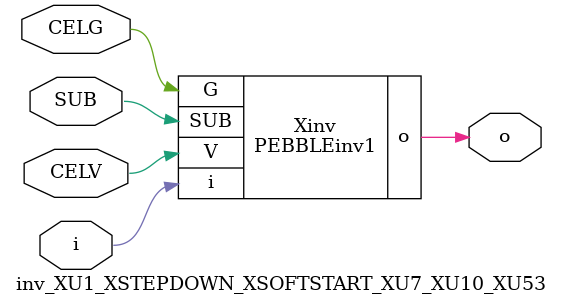
<source format=v>



module PEBBLEinv1 ( o, G, SUB, V, i );

  input V;
  input i;
  input G;
  output o;
  input SUB;
endmodule

//Celera Confidential Do Not Copy inv_XU1_XSTEPDOWN_XSOFTSTART_XU7_XU10_XU53
//Celera Confidential Symbol Generator
//5V Inverter
module inv_XU1_XSTEPDOWN_XSOFTSTART_XU7_XU10_XU53 (CELV,CELG,i,o,SUB);
input CELV;
input CELG;
input i;
input SUB;
output o;

//Celera Confidential Do Not Copy inv
PEBBLEinv1 Xinv(
.V (CELV),
.i (i),
.o (o),
.SUB (SUB),
.G (CELG)
);
//,diesize,PEBBLEinv1

//Celera Confidential Do Not Copy Module End
//Celera Schematic Generator
endmodule

</source>
